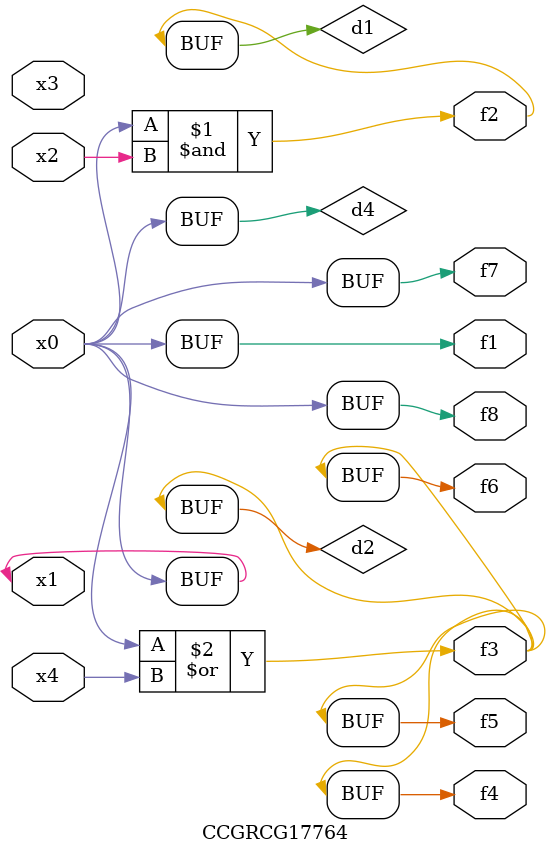
<source format=v>
module CCGRCG17764(
	input x0, x1, x2, x3, x4,
	output f1, f2, f3, f4, f5, f6, f7, f8
);

	wire d1, d2, d3, d4;

	and (d1, x0, x2);
	or (d2, x0, x4);
	nand (d3, x0, x2);
	buf (d4, x0, x1);
	assign f1 = d4;
	assign f2 = d1;
	assign f3 = d2;
	assign f4 = d2;
	assign f5 = d2;
	assign f6 = d2;
	assign f7 = d4;
	assign f8 = d4;
endmodule

</source>
